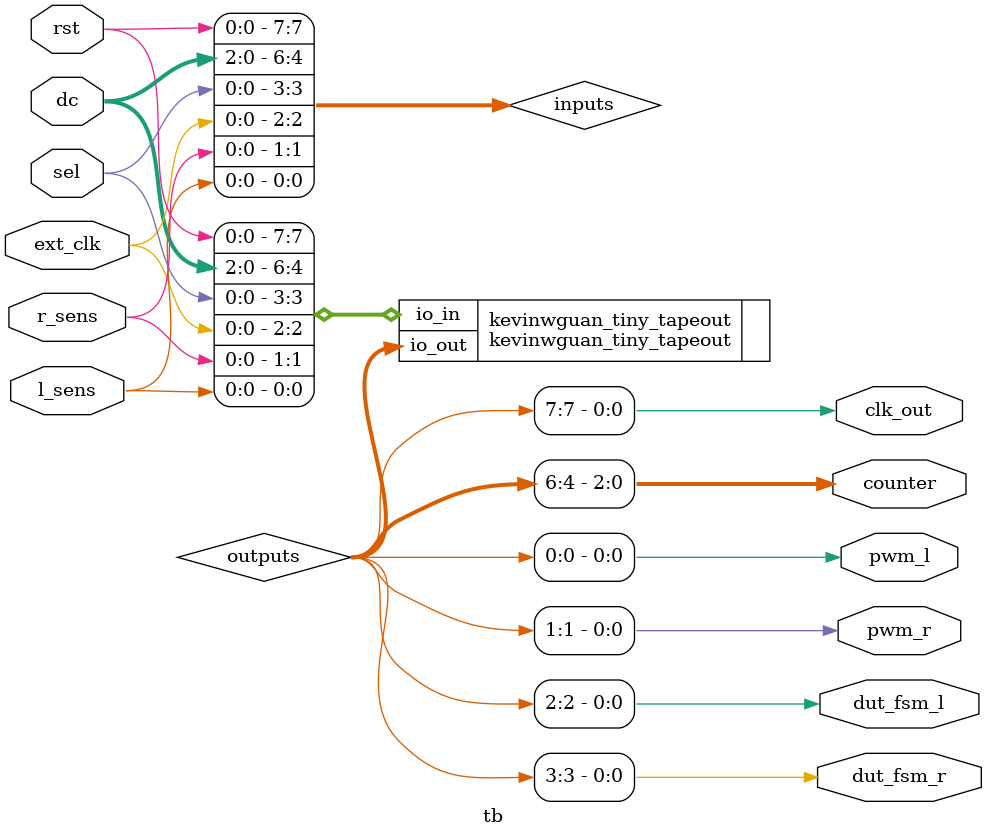
<source format=v>
`default_nettype none
`timescale 1ns/1ps

/*
this testbench just instantiates the module and makes some convenient wires
that can be driven / tested by the cocotb test.py
*/

module tb (
    // testbench is controlled by test.py
    input rst,
    input sel,
    input ext_clk,
    input r_sens,
    input l_sens,
    input [2:0] dc,
    output clk_out,
    output dut_fsm_r,
    output dut_fsm_l,
    output pwm_r,
    output pwm_l,
    output [2:0] counter
   );

    // this part dumps the trace to a vcd file that can be viewed with GTKWave
    initial begin
        $dumpfile ("tb.vcd");
        $dumpvars (0, tb);
        #1;
    end

    // wire up the inputs and outputs
    wire [7:0] inputs = {rst, dc[2], dc[1], dc[0], sel, ext_clk, r_sens, l_sens};
    wire [7:0] outputs;
    assign clk_out = outputs[7];
    assign counter = outputs[6:4];
    assign dut_fsm_r = outputs[3];
    assign dut_fsm_l = outputs[2];
    assign pwm_r = outputs[1];
    assign pwm_l = outputs[0];

    // instantiate the DUT
    kevinwguan_tiny_tapeout kevinwguan_tiny_tapeout(
    //seven_segment_seconds seven_segment_seconds(
        `ifdef GL_TEST
            .vccd1( 1'b1),
            .vssd1( 1'b0),
        `endif
        .io_in  (inputs),
        .io_out (outputs)
        );

endmodule

</source>
